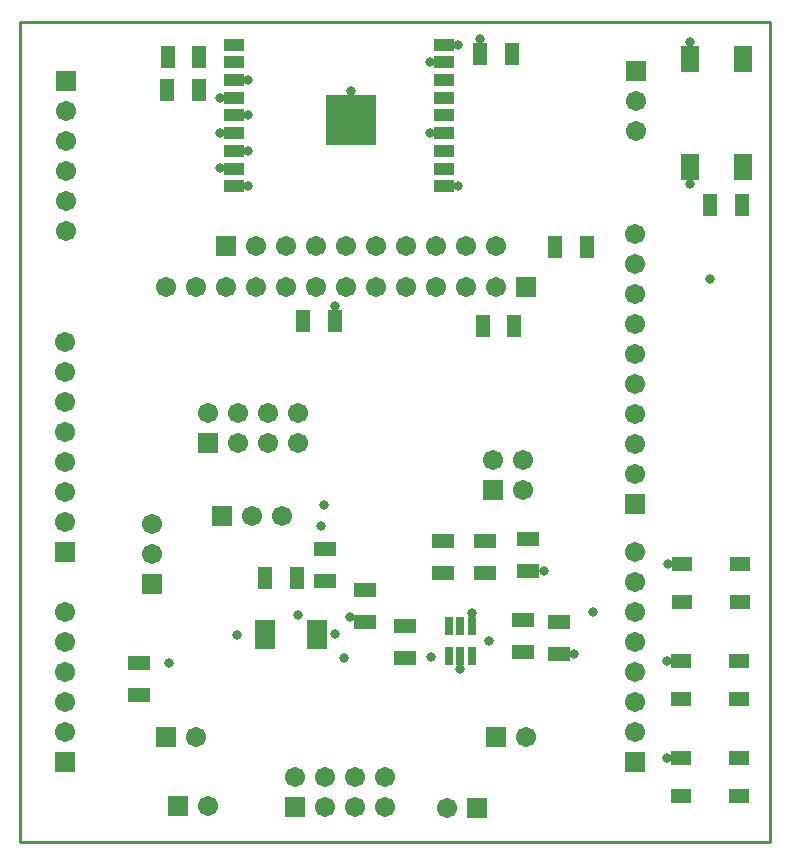
<source format=gts>
G04 Layer_Color=8388736*
%FSLAX25Y25*%
%MOIN*%
G70*
G01*
G75*
%ADD20C,0.01000*%
%ADD36R,0.05131X0.07493*%
%ADD37R,0.07493X0.05131*%
%ADD38R,0.06706X0.04737*%
%ADD39R,0.06233X0.09068*%
%ADD40R,0.06647X0.04343*%
%ADD41R,0.16548X0.16548*%
%ADD42R,0.03000X0.06000*%
%ADD43R,0.06509X0.01981*%
%ADD44R,0.06587X0.01981*%
%ADD45R,0.06706X0.06706*%
%ADD46C,0.06706*%
%ADD47R,0.06706X0.06706*%
%ADD48C,0.03300*%
D20*
X100Y100D02*
Y273200D01*
Y100D02*
X200Y0D01*
X250000D01*
X100Y273200D02*
X250000D01*
Y0D02*
Y273200D01*
D36*
X163915Y262500D02*
D03*
X153285D02*
D03*
X49185Y261500D02*
D03*
X59815D02*
D03*
X59615Y250700D02*
D03*
X48985D02*
D03*
X81785Y87900D02*
D03*
X92415D02*
D03*
X154185Y171900D02*
D03*
X164815D02*
D03*
X189115Y198400D02*
D03*
X178485D02*
D03*
X94270Y173600D02*
D03*
X104900D02*
D03*
X229985Y212400D02*
D03*
X240615D02*
D03*
D37*
X155100Y89785D02*
D03*
Y100415D02*
D03*
X101500Y87085D02*
D03*
Y97715D02*
D03*
X115000Y84015D02*
D03*
Y73385D02*
D03*
X179600Y62785D02*
D03*
Y73415D02*
D03*
X39600Y59630D02*
D03*
Y49000D02*
D03*
X141000Y100315D02*
D03*
Y89685D02*
D03*
X128400Y61185D02*
D03*
Y71815D02*
D03*
X169400Y90285D02*
D03*
Y100915D02*
D03*
X167500Y73915D02*
D03*
Y63285D02*
D03*
D38*
X220454Y60399D02*
D03*
Y47801D02*
D03*
X239746D02*
D03*
Y60399D02*
D03*
X220454Y27999D02*
D03*
Y15401D02*
D03*
X239746D02*
D03*
Y27999D02*
D03*
X220554Y92599D02*
D03*
Y80001D02*
D03*
X239846D02*
D03*
Y92599D02*
D03*
D39*
X223481Y260913D02*
D03*
X241119D02*
D03*
X223481Y225087D02*
D03*
X241119D02*
D03*
D40*
X71290Y265791D02*
D03*
Y259886D02*
D03*
Y253980D02*
D03*
Y248075D02*
D03*
Y242169D02*
D03*
Y236264D02*
D03*
Y230358D02*
D03*
Y224453D02*
D03*
Y218547D02*
D03*
X141310D02*
D03*
Y224453D02*
D03*
Y230358D02*
D03*
Y236264D02*
D03*
Y242169D02*
D03*
Y248075D02*
D03*
Y253980D02*
D03*
Y259886D02*
D03*
Y265791D02*
D03*
D41*
X110237Y240594D02*
D03*
D42*
X143100Y61900D02*
D03*
X146800D02*
D03*
X150500D02*
D03*
Y72100D02*
D03*
X146800D02*
D03*
X143100D02*
D03*
D43*
X81539Y73037D02*
D03*
D44*
Y71069D02*
D03*
Y69100D02*
D03*
Y67132D02*
D03*
Y65163D02*
D03*
X98861D02*
D03*
Y67132D02*
D03*
Y69100D02*
D03*
Y71069D02*
D03*
Y73037D02*
D03*
D45*
X44000Y85900D02*
D03*
X14900Y26700D02*
D03*
X204900D02*
D03*
Y112700D02*
D03*
X14900Y96700D02*
D03*
X15200Y253500D02*
D03*
X205300Y256900D02*
D03*
D46*
X44000Y95900D02*
D03*
Y105900D02*
D03*
X14900Y36700D02*
D03*
Y46700D02*
D03*
Y56700D02*
D03*
Y66700D02*
D03*
Y76700D02*
D03*
X204900Y36700D02*
D03*
Y46700D02*
D03*
Y56700D02*
D03*
Y66700D02*
D03*
Y76700D02*
D03*
Y86700D02*
D03*
Y96700D02*
D03*
Y132700D02*
D03*
Y202700D02*
D03*
Y192700D02*
D03*
Y182700D02*
D03*
Y172700D02*
D03*
Y162700D02*
D03*
Y152700D02*
D03*
Y142700D02*
D03*
Y122700D02*
D03*
X14900Y106700D02*
D03*
Y116700D02*
D03*
Y126700D02*
D03*
Y136700D02*
D03*
Y146700D02*
D03*
Y156700D02*
D03*
Y166700D02*
D03*
X15200Y243500D02*
D03*
Y233500D02*
D03*
Y223500D02*
D03*
Y213500D02*
D03*
Y203500D02*
D03*
X167800Y127400D02*
D03*
Y117400D02*
D03*
X157800Y127400D02*
D03*
X205300Y246900D02*
D03*
Y236900D02*
D03*
X168600Y35100D02*
D03*
X58600D02*
D03*
X121600Y21700D02*
D03*
Y11700D02*
D03*
X111600Y21700D02*
D03*
Y11700D02*
D03*
X101600Y21700D02*
D03*
Y11700D02*
D03*
X91600Y21700D02*
D03*
X142400Y11400D02*
D03*
X62800Y12000D02*
D03*
X77400Y108800D02*
D03*
X87400D02*
D03*
X92600Y143100D02*
D03*
Y133100D02*
D03*
X82600Y143100D02*
D03*
Y133100D02*
D03*
X72600Y143100D02*
D03*
Y133100D02*
D03*
X62600Y143100D02*
D03*
X88600Y198800D02*
D03*
X158600D02*
D03*
X148600D02*
D03*
X138600D02*
D03*
X128600D02*
D03*
X118600D02*
D03*
X108600D02*
D03*
X98600D02*
D03*
X78600D02*
D03*
X158600Y185100D02*
D03*
X148600D02*
D03*
X138600D02*
D03*
X128600D02*
D03*
X118600D02*
D03*
X108600D02*
D03*
X98600D02*
D03*
X88600D02*
D03*
X78600D02*
D03*
X68600D02*
D03*
X58600D02*
D03*
X48600D02*
D03*
D47*
X157800Y117400D02*
D03*
X158600Y35100D02*
D03*
X48600D02*
D03*
X91600Y11700D02*
D03*
X152400Y11400D02*
D03*
X52800Y12000D02*
D03*
X67400Y108800D02*
D03*
X62600Y133100D02*
D03*
X68600Y198800D02*
D03*
X168600Y185100D02*
D03*
D48*
X223481Y266797D02*
D03*
Y219203D02*
D03*
X153285Y267597D02*
D03*
X145983Y265791D02*
D03*
X136636Y236264D02*
D03*
X110237Y250219D02*
D03*
X75964Y218547D02*
D03*
X215852Y92599D02*
D03*
X215752Y60399D02*
D03*
Y27999D02*
D03*
X146800Y57550D02*
D03*
X49700Y59630D02*
D03*
X174500Y90300D02*
D03*
X150500Y76450D02*
D03*
X109900Y75000D02*
D03*
X100300Y105400D02*
D03*
X101470Y112370D02*
D03*
X190900Y76700D02*
D03*
X66600Y224500D02*
D03*
X104900Y178700D02*
D03*
X66600Y248100D02*
D03*
X136600Y259900D02*
D03*
X76000Y242169D02*
D03*
Y230400D02*
D03*
Y254000D02*
D03*
X66600Y236264D02*
D03*
X146000Y218547D02*
D03*
X108000Y61185D02*
D03*
X184700Y62800D02*
D03*
X229985Y187653D02*
D03*
X92800Y75800D02*
D03*
X72200Y69100D02*
D03*
X137000Y61600D02*
D03*
X105100Y69378D02*
D03*
X156300Y66900D02*
D03*
M02*

</source>
